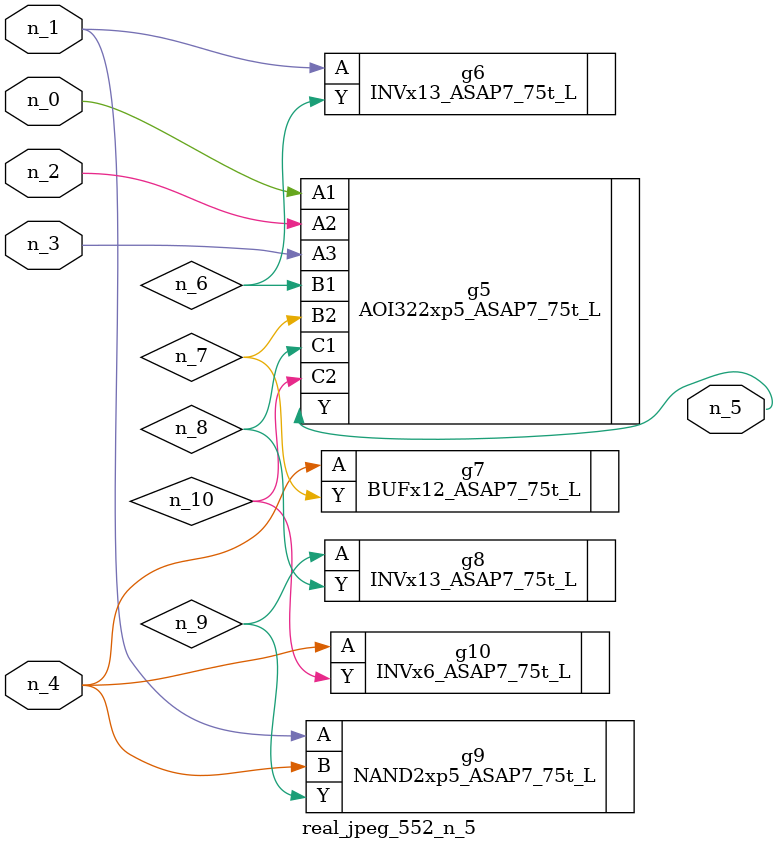
<source format=v>
module real_jpeg_552_n_5 (n_4, n_0, n_1, n_2, n_3, n_5);

input n_4;
input n_0;
input n_1;
input n_2;
input n_3;

output n_5;

wire n_8;
wire n_6;
wire n_7;
wire n_10;
wire n_9;

AOI322xp5_ASAP7_75t_L g5 ( 
.A1(n_0),
.A2(n_2),
.A3(n_3),
.B1(n_6),
.B2(n_7),
.C1(n_8),
.C2(n_10),
.Y(n_5)
);

INVx13_ASAP7_75t_L g6 ( 
.A(n_1),
.Y(n_6)
);

NAND2xp5_ASAP7_75t_L g9 ( 
.A(n_1),
.B(n_4),
.Y(n_9)
);

BUFx12_ASAP7_75t_L g7 ( 
.A(n_4),
.Y(n_7)
);

INVx6_ASAP7_75t_L g10 ( 
.A(n_4),
.Y(n_10)
);

INVx13_ASAP7_75t_L g8 ( 
.A(n_9),
.Y(n_8)
);


endmodule
</source>
